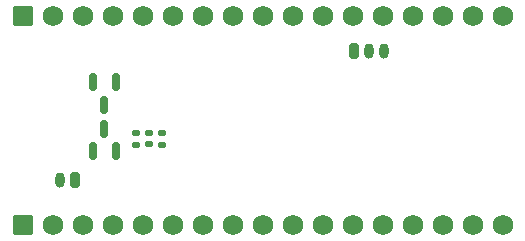
<source format=gbr>
%TF.GenerationSoftware,KiCad,Pcbnew,(6.0.1)*%
%TF.CreationDate,2023-01-04T22:15:02+03:00*%
%TF.ProjectId,EspDevBoard,45737044-6576-4426-9f61-72642e6b6963,rev?*%
%TF.SameCoordinates,Original*%
%TF.FileFunction,Soldermask,Bot*%
%TF.FilePolarity,Negative*%
%FSLAX46Y46*%
G04 Gerber Fmt 4.6, Leading zero omitted, Abs format (unit mm)*
G04 Created by KiCad (PCBNEW (6.0.1)) date 2023-01-04 22:15:02*
%MOMM*%
%LPD*%
G01*
G04 APERTURE LIST*
G04 Aperture macros list*
%AMRoundRect*
0 Rectangle with rounded corners*
0 $1 Rounding radius*
0 $2 $3 $4 $5 $6 $7 $8 $9 X,Y pos of 4 corners*
0 Add a 4 corners polygon primitive as box body*
4,1,4,$2,$3,$4,$5,$6,$7,$8,$9,$2,$3,0*
0 Add four circle primitives for the rounded corners*
1,1,$1+$1,$2,$3*
1,1,$1+$1,$4,$5*
1,1,$1+$1,$6,$7*
1,1,$1+$1,$8,$9*
0 Add four rect primitives between the rounded corners*
20,1,$1+$1,$2,$3,$4,$5,0*
20,1,$1+$1,$4,$5,$6,$7,0*
20,1,$1+$1,$6,$7,$8,$9,0*
20,1,$1+$1,$8,$9,$2,$3,0*%
G04 Aperture macros list end*
%ADD10RoundRect,0.250000X-0.620000X-0.620000X0.620000X-0.620000X0.620000X0.620000X-0.620000X0.620000X0*%
%ADD11C,1.740000*%
%ADD12RoundRect,0.200000X0.200000X0.450000X-0.200000X0.450000X-0.200000X-0.450000X0.200000X-0.450000X0*%
%ADD13O,0.800000X1.300000*%
%ADD14RoundRect,0.200000X-0.200000X-0.450000X0.200000X-0.450000X0.200000X0.450000X-0.200000X0.450000X0*%
%ADD15RoundRect,0.150000X0.150000X-0.587500X0.150000X0.587500X-0.150000X0.587500X-0.150000X-0.587500X0*%
%ADD16RoundRect,0.150000X-0.150000X0.587500X-0.150000X-0.587500X0.150000X-0.587500X0.150000X0.587500X0*%
%ADD17RoundRect,0.135000X0.185000X-0.135000X0.185000X0.135000X-0.185000X0.135000X-0.185000X-0.135000X0*%
%ADD18RoundRect,0.140000X-0.170000X0.140000X-0.170000X-0.140000X0.170000X-0.140000X0.170000X0.140000X0*%
%ADD19RoundRect,0.135000X-0.185000X0.135000X-0.185000X-0.135000X0.185000X-0.135000X0.185000X0.135000X0*%
G04 APERTURE END LIST*
D10*
%TO.C,J2*%
X180900000Y-63300000D03*
D11*
X183440000Y-63300000D03*
X185980000Y-63300000D03*
X188520000Y-63300000D03*
X191060000Y-63300000D03*
X193600000Y-63300000D03*
X196140000Y-63300000D03*
X198680000Y-63300000D03*
X201220000Y-63300000D03*
X203760000Y-63300000D03*
X206300000Y-63300000D03*
X208840000Y-63300000D03*
X211380000Y-63300000D03*
X213920000Y-63300000D03*
X216460000Y-63300000D03*
X219000000Y-63300000D03*
X221540000Y-63300000D03*
%TD*%
D12*
%TO.C,J4*%
X185325000Y-77200000D03*
D13*
X184075000Y-77200000D03*
%TD*%
D14*
%TO.C,J1*%
X208950000Y-66300000D03*
D13*
X210200000Y-66300000D03*
X211450000Y-66300000D03*
%TD*%
D10*
%TO.C,J5*%
X180900000Y-81000000D03*
D11*
X183440000Y-81000000D03*
X185980000Y-81000000D03*
X188520000Y-81000000D03*
X191060000Y-81000000D03*
X193600000Y-81000000D03*
X196140000Y-81000000D03*
X198680000Y-81000000D03*
X201220000Y-81000000D03*
X203760000Y-81000000D03*
X206300000Y-81000000D03*
X208840000Y-81000000D03*
X211380000Y-81000000D03*
X213920000Y-81000000D03*
X216460000Y-81000000D03*
X219000000Y-81000000D03*
X221540000Y-81000000D03*
%TD*%
D15*
%TO.C,Q1*%
X188750000Y-74737500D03*
X186850000Y-74737500D03*
X187800000Y-72862500D03*
%TD*%
D16*
%TO.C,Q2*%
X186850000Y-68925000D03*
X188750000Y-68925000D03*
X187800000Y-70800000D03*
%TD*%
D17*
%TO.C,R10*%
X190500000Y-74210000D03*
X190500000Y-73190000D03*
%TD*%
D18*
%TO.C,C11*%
X191600000Y-73220000D03*
X191600000Y-74180000D03*
%TD*%
D19*
%TO.C,R9*%
X192700000Y-73190000D03*
X192700000Y-74210000D03*
%TD*%
M02*

</source>
